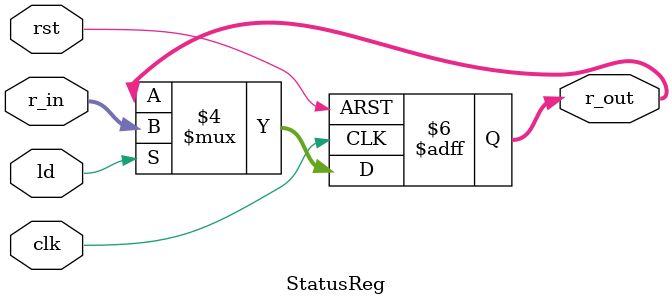
<source format=v>
module StatusReg(clk, rst, ld,r_in,r_out);

  input clk, rst, ld;
  input [3:0] r_in;
  output reg [3:0] r_out;
  always@(negedge clk, negedge rst)begin
    if(~rst)
r_out <= 0;
    else if(ld == 1'b1)
r_out <= r_in;
    end

 endmodule
</source>
